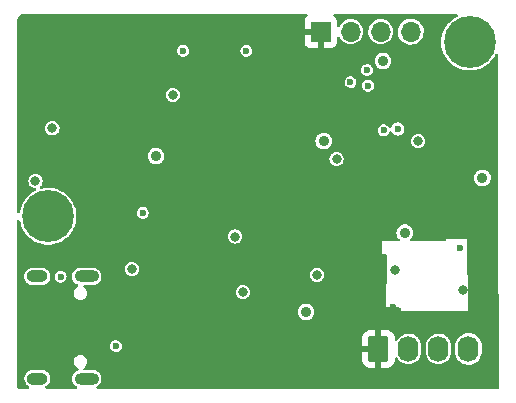
<source format=gbr>
%TF.GenerationSoftware,KiCad,Pcbnew,(6.0.1)*%
%TF.CreationDate,2023-03-02T19:10:53-05:00*%
%TF.ProjectId,PCBFiles_Gateway,50434246-696c-4657-935f-476174657761,rev?*%
%TF.SameCoordinates,Original*%
%TF.FileFunction,Copper,L2,Inr*%
%TF.FilePolarity,Positive*%
%FSLAX46Y46*%
G04 Gerber Fmt 4.6, Leading zero omitted, Abs format (unit mm)*
G04 Created by KiCad (PCBNEW (6.0.1)) date 2023-03-02 19:10:53*
%MOMM*%
%LPD*%
G01*
G04 APERTURE LIST*
G04 Aperture macros list*
%AMRoundRect*
0 Rectangle with rounded corners*
0 $1 Rounding radius*
0 $2 $3 $4 $5 $6 $7 $8 $9 X,Y pos of 4 corners*
0 Add a 4 corners polygon primitive as box body*
4,1,4,$2,$3,$4,$5,$6,$7,$8,$9,$2,$3,0*
0 Add four circle primitives for the rounded corners*
1,1,$1+$1,$2,$3*
1,1,$1+$1,$4,$5*
1,1,$1+$1,$6,$7*
1,1,$1+$1,$8,$9*
0 Add four rect primitives between the rounded corners*
20,1,$1+$1,$2,$3,$4,$5,0*
20,1,$1+$1,$4,$5,$6,$7,0*
20,1,$1+$1,$6,$7,$8,$9,0*
20,1,$1+$1,$8,$9,$2,$3,0*%
G04 Aperture macros list end*
%TA.AperFunction,ComponentPad*%
%ADD10C,4.400000*%
%TD*%
%TA.AperFunction,ComponentPad*%
%ADD11R,1.700000X1.700000*%
%TD*%
%TA.AperFunction,ComponentPad*%
%ADD12O,1.700000X1.700000*%
%TD*%
%TA.AperFunction,ComponentPad*%
%ADD13RoundRect,0.250000X-0.620000X-0.845000X0.620000X-0.845000X0.620000X0.845000X-0.620000X0.845000X0*%
%TD*%
%TA.AperFunction,ComponentPad*%
%ADD14O,1.740000X2.190000*%
%TD*%
%TA.AperFunction,ComponentPad*%
%ADD15O,2.100000X1.000000*%
%TD*%
%TA.AperFunction,ComponentPad*%
%ADD16O,1.800000X1.000000*%
%TD*%
%TA.AperFunction,ViaPad*%
%ADD17C,0.600000*%
%TD*%
%TA.AperFunction,ViaPad*%
%ADD18C,0.800000*%
%TD*%
%TA.AperFunction,ViaPad*%
%ADD19C,0.900000*%
%TD*%
G04 APERTURE END LIST*
D10*
%TO.N,N/C*%
%TO.C,H2*%
X129350000Y-98910000D03*
%TD*%
D11*
%TO.N,GND*%
%TO.C,J4*%
X152440000Y-83270000D03*
D12*
%TO.N,I2C_SDA*%
X154980000Y-83270000D03*
%TO.N,I2C_SCL*%
X157520000Y-83270000D03*
%TO.N,+3V3*%
X160060000Y-83270000D03*
%TD*%
D10*
%TO.N,N/C*%
%TO.C,H1*%
X165050000Y-84160000D03*
%TD*%
D13*
%TO.N,GND*%
%TO.C,J3*%
X157330000Y-110130000D03*
D14*
%TO.N,UART_CONN_RX*%
X159870000Y-110130000D03*
%TO.N,UART_CONN_TX*%
X162410000Y-110130000D03*
%TO.N,+3V3*%
X164950000Y-110130000D03*
%TD*%
D15*
%TO.N,unconnected-(J1-PadS1)*%
%TO.C,J1*%
X132620000Y-112640000D03*
D16*
X128440000Y-104000000D03*
X128440000Y-112640000D03*
D15*
X132620000Y-104000000D03*
%TD*%
D17*
%TO.N,GND*%
X161780000Y-98480000D03*
X167110000Y-106700000D03*
X136920000Y-87210000D03*
X142210000Y-86880000D03*
X167020000Y-86910000D03*
D18*
X146460000Y-112860000D03*
D17*
X160570000Y-91530000D03*
D18*
X143950000Y-112890000D03*
D17*
X160380000Y-98940000D03*
X164820000Y-98540000D03*
X140040000Y-97550000D03*
X167080000Y-103150000D03*
X145240000Y-95520000D03*
X145340000Y-87020000D03*
X167070000Y-97960000D03*
X165850000Y-92040000D03*
D18*
X143200000Y-105190000D03*
D17*
X167050000Y-88100000D03*
D18*
X158720000Y-103420000D03*
D17*
X141250000Y-99790000D03*
D18*
X150420000Y-111840000D03*
X149030000Y-112830000D03*
D17*
X166060000Y-97920000D03*
X167090000Y-100060000D03*
X144050000Y-88690000D03*
X163290000Y-99000000D03*
X134570000Y-111570000D03*
X164930000Y-94740000D03*
X153640000Y-91230000D03*
X167060000Y-91540000D03*
X167050000Y-90450000D03*
X165840000Y-91080000D03*
X136920000Y-89230000D03*
X163820000Y-94740000D03*
X132540000Y-102250000D03*
X143080000Y-90350000D03*
X141670000Y-88680000D03*
X149510000Y-82710000D03*
X167070000Y-101140000D03*
X158590000Y-106600000D03*
D18*
X142530000Y-111880000D03*
D17*
X167080000Y-93830000D03*
X156340000Y-94100000D03*
X136760000Y-92710000D03*
X157750000Y-95190000D03*
X156340000Y-95260000D03*
X143580000Y-97490000D03*
X167150000Y-111520000D03*
D18*
X144570000Y-103910000D03*
D17*
X167080000Y-102110000D03*
X127790000Y-102250000D03*
X164240000Y-101580000D03*
D18*
X154570000Y-100700000D03*
D17*
X137150000Y-101244500D03*
X134630000Y-105070000D03*
X162760000Y-86310000D03*
X167100000Y-109100000D03*
X157710000Y-96370000D03*
X167030000Y-89340000D03*
D18*
X148940000Y-104440000D03*
D17*
X157760000Y-94120000D03*
X139850000Y-101740000D03*
X154700000Y-90170000D03*
X158140000Y-90800000D03*
X167120000Y-110350000D03*
X167090000Y-92710000D03*
X132530000Y-83270000D03*
X167070000Y-107960000D03*
D18*
X137860000Y-106970000D03*
D17*
X167090000Y-104270000D03*
D18*
X164450000Y-105120000D03*
D17*
X130850000Y-96544500D03*
X167070000Y-94940000D03*
X158900000Y-86680000D03*
X141740000Y-95210000D03*
X165630000Y-88090000D03*
X167110000Y-105380000D03*
X144730000Y-99600000D03*
D18*
X154190000Y-112170000D03*
D17*
X167090000Y-98960000D03*
X167140000Y-112720000D03*
X156300000Y-96380000D03*
D19*
%TO.N,+3V3*%
X138490000Y-93820000D03*
X166130000Y-95670000D03*
X151190000Y-107000000D03*
X152690000Y-92530000D03*
X157720000Y-85770000D03*
D17*
X158970000Y-91520000D03*
D19*
X159550000Y-100290000D03*
D17*
%TO.N,Net-(C12-Pad1)*%
X156360000Y-86520000D03*
X146150000Y-84900000D03*
%TO.N,BUTT_1*%
X156450000Y-87850000D03*
X140790000Y-84900000D03*
D18*
%TO.N,Net-(D2-Pad1)*%
X136440000Y-103370000D03*
X128290000Y-95920000D03*
%TO.N,GP_LED*%
X129720000Y-91460000D03*
D17*
X154960000Y-87540000D03*
%TO.N,Net-(J1-PadB5)*%
X135090000Y-109890000D03*
X130410000Y-104020000D03*
D18*
%TO.N,DIO0_RFM9X*%
X160700000Y-92550000D03*
X139920000Y-88630000D03*
D17*
%TO.N,DIO1_RFM9X*%
X137370000Y-98620000D03*
X157760000Y-91620000D03*
D18*
%TO.N,DIO2_RFM9X*%
X153780000Y-94080000D03*
X145200000Y-100620000D03*
%TO.N,+5V*%
X145850000Y-105340000D03*
X152120000Y-103860000D03*
%TD*%
%TA.AperFunction,Conductor*%
%TO.N,GND*%
G36*
X151313414Y-81780002D02*
G01*
X151359907Y-81833658D01*
X151370011Y-81903932D01*
X151340517Y-81968512D01*
X151320858Y-81986827D01*
X151234272Y-82051719D01*
X151221715Y-82064276D01*
X151145214Y-82166351D01*
X151136676Y-82181946D01*
X151091522Y-82302394D01*
X151087895Y-82317649D01*
X151082369Y-82368514D01*
X151082000Y-82375328D01*
X151082000Y-82997885D01*
X151086475Y-83013124D01*
X151087865Y-83014329D01*
X151095548Y-83016000D01*
X152568000Y-83016000D01*
X152636121Y-83036002D01*
X152682614Y-83089658D01*
X152694000Y-83142000D01*
X152694000Y-84609884D01*
X152698475Y-84625123D01*
X152699865Y-84626328D01*
X152707548Y-84627999D01*
X153334669Y-84627999D01*
X153341490Y-84627629D01*
X153392352Y-84622105D01*
X153407604Y-84618479D01*
X153528054Y-84573324D01*
X153543649Y-84564786D01*
X153645724Y-84488285D01*
X153658285Y-84475724D01*
X153734786Y-84373649D01*
X153743324Y-84358054D01*
X153788478Y-84237606D01*
X153792105Y-84222351D01*
X153797631Y-84171486D01*
X153798000Y-84164672D01*
X153798000Y-83789192D01*
X153818002Y-83721071D01*
X153871658Y-83674578D01*
X153941932Y-83664474D01*
X154006512Y-83693968D01*
X154036067Y-83731598D01*
X154085263Y-83827323D01*
X154092712Y-83841818D01*
X154220677Y-84003270D01*
X154225370Y-84007264D01*
X154225371Y-84007265D01*
X154363569Y-84124880D01*
X154377564Y-84136791D01*
X154382942Y-84139797D01*
X154382944Y-84139798D01*
X154426308Y-84164033D01*
X154557398Y-84237297D01*
X154652238Y-84268113D01*
X154747471Y-84299056D01*
X154747475Y-84299057D01*
X154753329Y-84300959D01*
X154957894Y-84325351D01*
X154964029Y-84324879D01*
X154964031Y-84324879D01*
X155020039Y-84320569D01*
X155163300Y-84309546D01*
X155169230Y-84307890D01*
X155169232Y-84307890D01*
X155355797Y-84255800D01*
X155355796Y-84255800D01*
X155361725Y-84254145D01*
X155367214Y-84251372D01*
X155367220Y-84251370D01*
X155540116Y-84164033D01*
X155545610Y-84161258D01*
X155707951Y-84034424D01*
X155842564Y-83878472D01*
X155863387Y-83841818D01*
X155941276Y-83704707D01*
X155944323Y-83699344D01*
X156009351Y-83503863D01*
X156035171Y-83299474D01*
X156035390Y-83283806D01*
X156035534Y-83273522D01*
X156035534Y-83273518D01*
X156035583Y-83270000D01*
X156034138Y-83255262D01*
X156464520Y-83255262D01*
X156465036Y-83261406D01*
X156480747Y-83448496D01*
X156481759Y-83460553D01*
X156483458Y-83466478D01*
X156534412Y-83644175D01*
X156538544Y-83658586D01*
X156541359Y-83664063D01*
X156541360Y-83664066D01*
X156629897Y-83836341D01*
X156632712Y-83841818D01*
X156760677Y-84003270D01*
X156765370Y-84007264D01*
X156765371Y-84007265D01*
X156903569Y-84124880D01*
X156917564Y-84136791D01*
X156922942Y-84139797D01*
X156922944Y-84139798D01*
X156966308Y-84164033D01*
X157097398Y-84237297D01*
X157192238Y-84268113D01*
X157287471Y-84299056D01*
X157287475Y-84299057D01*
X157293329Y-84300959D01*
X157497894Y-84325351D01*
X157504029Y-84324879D01*
X157504031Y-84324879D01*
X157560039Y-84320569D01*
X157703300Y-84309546D01*
X157709230Y-84307890D01*
X157709232Y-84307890D01*
X157895797Y-84255800D01*
X157895796Y-84255800D01*
X157901725Y-84254145D01*
X157907214Y-84251372D01*
X157907220Y-84251370D01*
X158080116Y-84164033D01*
X158085610Y-84161258D01*
X158247951Y-84034424D01*
X158382564Y-83878472D01*
X158403387Y-83841818D01*
X158481276Y-83704707D01*
X158484323Y-83699344D01*
X158549351Y-83503863D01*
X158575171Y-83299474D01*
X158575390Y-83283806D01*
X158575534Y-83273522D01*
X158575534Y-83273518D01*
X158575583Y-83270000D01*
X158572746Y-83241069D01*
X158955164Y-83241069D01*
X158968392Y-83442894D01*
X159018178Y-83638928D01*
X159102856Y-83822607D01*
X159219588Y-83987780D01*
X159364466Y-84128913D01*
X159532637Y-84241282D01*
X159537940Y-84243560D01*
X159537943Y-84243562D01*
X159713163Y-84318842D01*
X159718470Y-84321122D01*
X159915740Y-84365760D01*
X159921509Y-84365987D01*
X159921512Y-84365987D01*
X159997683Y-84368979D01*
X160117842Y-84373700D01*
X160225753Y-84358054D01*
X160312286Y-84345508D01*
X160312291Y-84345507D01*
X160318007Y-84344678D01*
X160323479Y-84342820D01*
X160323481Y-84342820D01*
X160504067Y-84281519D01*
X160504069Y-84281518D01*
X160509531Y-84279664D01*
X160686001Y-84180837D01*
X160697240Y-84171490D01*
X160837073Y-84055191D01*
X160841505Y-84051505D01*
X160970837Y-83896001D01*
X161069664Y-83719531D01*
X161078504Y-83693491D01*
X161132820Y-83533481D01*
X161132820Y-83533479D01*
X161134678Y-83528007D01*
X161135507Y-83522291D01*
X161135508Y-83522286D01*
X161163167Y-83331516D01*
X161163700Y-83327842D01*
X161165215Y-83270000D01*
X161146708Y-83068591D01*
X161091807Y-82873926D01*
X161002351Y-82692527D01*
X160984079Y-82668057D01*
X160884788Y-82535091D01*
X160884787Y-82535090D01*
X160881335Y-82530467D01*
X160872469Y-82522271D01*
X160737053Y-82397094D01*
X160737051Y-82397092D01*
X160732812Y-82393174D01*
X160704528Y-82375328D01*
X160566637Y-82288325D01*
X160561757Y-82285246D01*
X160373898Y-82210298D01*
X160175526Y-82170839D01*
X160169752Y-82170763D01*
X160169748Y-82170763D01*
X160067257Y-82169422D01*
X159973286Y-82168192D01*
X159967589Y-82169171D01*
X159967588Y-82169171D01*
X159779646Y-82201465D01*
X159779645Y-82201465D01*
X159773949Y-82202444D01*
X159584193Y-82272449D01*
X159579232Y-82275401D01*
X159579231Y-82275401D01*
X159422729Y-82368510D01*
X159410371Y-82375862D01*
X159258305Y-82509220D01*
X159133089Y-82668057D01*
X159038914Y-82847053D01*
X158978937Y-83040213D01*
X158955164Y-83241069D01*
X158572746Y-83241069D01*
X158555480Y-83064970D01*
X158495935Y-82867749D01*
X158399218Y-82685849D01*
X158325859Y-82595902D01*
X158272906Y-82530975D01*
X158272903Y-82530972D01*
X158269011Y-82526200D01*
X158251786Y-82511950D01*
X158115025Y-82398811D01*
X158115021Y-82398809D01*
X158110275Y-82394882D01*
X157929055Y-82296897D01*
X157732254Y-82235977D01*
X157726129Y-82235333D01*
X157726128Y-82235333D01*
X157533498Y-82215087D01*
X157533496Y-82215087D01*
X157527369Y-82214443D01*
X157440529Y-82222346D01*
X157328342Y-82232555D01*
X157328339Y-82232556D01*
X157322203Y-82233114D01*
X157124572Y-82291280D01*
X156942002Y-82386726D01*
X156937201Y-82390586D01*
X156937198Y-82390588D01*
X156787703Y-82510785D01*
X156781447Y-82515815D01*
X156649024Y-82673630D01*
X156646056Y-82679028D01*
X156646053Y-82679033D01*
X156607272Y-82749576D01*
X156549776Y-82854162D01*
X156487484Y-83050532D01*
X156486798Y-83056649D01*
X156486797Y-83056653D01*
X156470018Y-83206245D01*
X156464520Y-83255262D01*
X156034138Y-83255262D01*
X156015480Y-83064970D01*
X155955935Y-82867749D01*
X155859218Y-82685849D01*
X155785859Y-82595902D01*
X155732906Y-82530975D01*
X155732903Y-82530972D01*
X155729011Y-82526200D01*
X155711786Y-82511950D01*
X155575025Y-82398811D01*
X155575021Y-82398809D01*
X155570275Y-82394882D01*
X155389055Y-82296897D01*
X155192254Y-82235977D01*
X155186129Y-82235333D01*
X155186128Y-82235333D01*
X154993498Y-82215087D01*
X154993496Y-82215087D01*
X154987369Y-82214443D01*
X154900529Y-82222346D01*
X154788342Y-82232555D01*
X154788339Y-82232556D01*
X154782203Y-82233114D01*
X154584572Y-82291280D01*
X154402002Y-82386726D01*
X154397201Y-82390586D01*
X154397198Y-82390588D01*
X154247703Y-82510785D01*
X154241447Y-82515815D01*
X154109024Y-82673630D01*
X154106054Y-82679033D01*
X154106053Y-82679034D01*
X154034414Y-82809345D01*
X153984068Y-82859404D01*
X153914651Y-82874297D01*
X153848202Y-82849296D01*
X153805818Y-82792339D01*
X153797999Y-82748644D01*
X153797999Y-82375331D01*
X153797629Y-82368510D01*
X153792105Y-82317648D01*
X153788479Y-82302396D01*
X153743324Y-82181946D01*
X153734786Y-82166351D01*
X153658285Y-82064276D01*
X153645728Y-82051719D01*
X153559142Y-81986827D01*
X153516627Y-81929967D01*
X153511601Y-81859149D01*
X153545661Y-81796855D01*
X153607992Y-81762865D01*
X153634707Y-81760000D01*
X163942010Y-81760000D01*
X164010131Y-81780002D01*
X164056624Y-81833658D01*
X164066728Y-81903932D01*
X164037234Y-81968512D01*
X164002711Y-81996414D01*
X163790511Y-82113073D01*
X163761205Y-82129184D01*
X163758003Y-82131510D01*
X163758002Y-82131511D01*
X163522801Y-82302394D01*
X163516838Y-82306726D01*
X163296651Y-82513496D01*
X163172540Y-82663521D01*
X163144258Y-82697708D01*
X163104115Y-82746232D01*
X162942267Y-83001264D01*
X162940583Y-83004843D01*
X162940579Y-83004850D01*
X162817548Y-83266305D01*
X162813659Y-83274570D01*
X162812433Y-83278342D01*
X162812433Y-83278343D01*
X162805567Y-83299474D01*
X162720319Y-83561840D01*
X162663720Y-83858543D01*
X162644754Y-84160000D01*
X162663720Y-84461457D01*
X162720319Y-84758160D01*
X162813659Y-85045430D01*
X162815346Y-85049016D01*
X162815348Y-85049020D01*
X162940579Y-85315150D01*
X162940583Y-85315157D01*
X162942267Y-85318736D01*
X163104115Y-85573768D01*
X163106634Y-85576814D01*
X163106637Y-85576817D01*
X163127206Y-85601680D01*
X163296651Y-85806504D01*
X163516838Y-86013274D01*
X163520040Y-86015601D01*
X163520042Y-86015602D01*
X163758002Y-86188489D01*
X163761205Y-86190816D01*
X163764674Y-86192723D01*
X163764677Y-86192725D01*
X164022427Y-86334425D01*
X164025896Y-86336332D01*
X164029565Y-86337785D01*
X164029570Y-86337787D01*
X164252604Y-86426092D01*
X164306738Y-86447525D01*
X164599302Y-86522642D01*
X164898973Y-86560500D01*
X165201027Y-86560500D01*
X165500698Y-86522642D01*
X165793262Y-86447525D01*
X165847396Y-86426092D01*
X166070430Y-86337787D01*
X166070435Y-86337785D01*
X166074104Y-86336332D01*
X166077573Y-86334425D01*
X166335323Y-86192725D01*
X166335326Y-86192723D01*
X166338795Y-86190816D01*
X166341998Y-86188489D01*
X166579958Y-86015602D01*
X166579960Y-86015601D01*
X166583162Y-86013274D01*
X166803349Y-85806504D01*
X166972794Y-85601680D01*
X166993363Y-85576817D01*
X166993366Y-85576814D01*
X166995885Y-85573768D01*
X167157733Y-85318736D01*
X167159417Y-85315157D01*
X167159421Y-85315150D01*
X167222964Y-85180113D01*
X167270067Y-85126992D01*
X167338411Y-85107769D01*
X167406299Y-85128548D01*
X167452176Y-85182731D01*
X167462972Y-85233631D01*
X167469954Y-91984536D01*
X167469958Y-91988738D01*
X167468406Y-92008581D01*
X167466565Y-92020202D01*
X167466565Y-92020208D01*
X167465014Y-92030000D01*
X167466320Y-92038245D01*
X167466566Y-92041371D01*
X167466566Y-92041972D01*
X167466707Y-92043169D01*
X167482960Y-92249685D01*
X167484116Y-92254500D01*
X167487227Y-92267459D01*
X167490708Y-92296880D01*
X167490648Y-93228461D01*
X167490638Y-93230063D01*
X167490000Y-93280000D01*
X167490000Y-93330000D01*
X167486207Y-94513305D01*
X167480000Y-96449908D01*
X167480000Y-97480000D01*
X167521064Y-113373676D01*
X167501239Y-113441847D01*
X167447703Y-113488478D01*
X167395065Y-113500000D01*
X133559080Y-113500000D01*
X133490959Y-113479998D01*
X133444466Y-113426342D01*
X133434362Y-113356068D01*
X133463856Y-113291488D01*
X133496885Y-113265359D01*
X133496923Y-113265345D01*
X133503184Y-113261042D01*
X133630392Y-113173614D01*
X133630393Y-113173613D01*
X133636651Y-113169312D01*
X133646132Y-113158671D01*
X133744388Y-113048392D01*
X133744390Y-113048388D01*
X133749440Y-113042721D01*
X133756238Y-113029883D01*
X133825224Y-112899589D01*
X133828776Y-112892881D01*
X133870081Y-112728441D01*
X133870969Y-112558895D01*
X133831388Y-112394032D01*
X133753625Y-112243369D01*
X133748313Y-112237279D01*
X133647163Y-112121329D01*
X133642169Y-112115604D01*
X133583649Y-112074475D01*
X133509670Y-112022482D01*
X133509668Y-112022481D01*
X133503453Y-112018113D01*
X133345487Y-111956524D01*
X133337954Y-111955532D01*
X133337953Y-111955532D01*
X133220261Y-111940038D01*
X133220260Y-111940038D01*
X133216174Y-111939500D01*
X132455482Y-111939500D01*
X132387361Y-111919498D01*
X132340868Y-111865842D01*
X132330764Y-111795568D01*
X132360258Y-111730988D01*
X132381077Y-111713798D01*
X132380233Y-111712698D01*
X132493901Y-111625477D01*
X132500451Y-111620451D01*
X132592698Y-111500233D01*
X132650687Y-111360236D01*
X132654566Y-111330776D01*
X132669388Y-111218188D01*
X132670466Y-111210000D01*
X132650687Y-111059764D01*
X132635084Y-111022095D01*
X155952001Y-111022095D01*
X155952338Y-111028614D01*
X155962257Y-111124206D01*
X155965149Y-111137600D01*
X156016588Y-111291784D01*
X156022761Y-111304962D01*
X156108063Y-111442807D01*
X156117099Y-111454208D01*
X156231829Y-111568739D01*
X156243240Y-111577751D01*
X156381243Y-111662816D01*
X156394424Y-111668963D01*
X156548710Y-111720138D01*
X156562086Y-111723005D01*
X156656438Y-111732672D01*
X156662854Y-111733000D01*
X157057885Y-111733000D01*
X157073124Y-111728525D01*
X157074329Y-111727135D01*
X157076000Y-111719452D01*
X157076000Y-111714884D01*
X157584000Y-111714884D01*
X157588475Y-111730123D01*
X157589865Y-111731328D01*
X157597548Y-111732999D01*
X157997095Y-111732999D01*
X158003614Y-111732662D01*
X158099206Y-111722743D01*
X158112600Y-111719851D01*
X158266784Y-111668412D01*
X158279962Y-111662239D01*
X158417807Y-111576937D01*
X158429208Y-111567901D01*
X158543739Y-111453171D01*
X158552751Y-111441760D01*
X158637816Y-111303757D01*
X158643963Y-111290576D01*
X158695138Y-111136290D01*
X158698005Y-111122914D01*
X158707672Y-111028562D01*
X158708000Y-111022146D01*
X158708000Y-110955276D01*
X158728002Y-110887155D01*
X158781658Y-110840662D01*
X158851932Y-110830558D01*
X158916512Y-110860052D01*
X158945251Y-110896123D01*
X158974043Y-110950272D01*
X158979798Y-110957328D01*
X159102834Y-111108186D01*
X159102837Y-111108189D01*
X159106729Y-111112961D01*
X159111476Y-111116888D01*
X159111478Y-111116890D01*
X159263737Y-111242850D01*
X159263741Y-111242852D01*
X159268487Y-111246779D01*
X159453157Y-111346630D01*
X159653705Y-111408710D01*
X159659830Y-111409354D01*
X159659831Y-111409354D01*
X159856362Y-111430010D01*
X159856363Y-111430010D01*
X159862490Y-111430654D01*
X159950001Y-111422690D01*
X160065423Y-111412186D01*
X160065426Y-111412185D01*
X160071562Y-111411627D01*
X160077468Y-111409889D01*
X160077472Y-111409888D01*
X160267048Y-111354092D01*
X160267047Y-111354092D01*
X160272957Y-111352353D01*
X160459003Y-111255091D01*
X160622614Y-111123544D01*
X160757558Y-110962724D01*
X160760522Y-110957332D01*
X160760525Y-110957328D01*
X160855729Y-110784152D01*
X160858696Y-110778755D01*
X160922174Y-110578646D01*
X160923163Y-110569836D01*
X160940107Y-110418764D01*
X160940500Y-110415264D01*
X160940500Y-110407830D01*
X161339500Y-110407830D01*
X161354806Y-110563934D01*
X161415484Y-110764910D01*
X161418377Y-110770351D01*
X161431230Y-110794523D01*
X161514043Y-110950272D01*
X161519798Y-110957328D01*
X161642834Y-111108186D01*
X161642837Y-111108189D01*
X161646729Y-111112961D01*
X161651476Y-111116888D01*
X161651478Y-111116890D01*
X161803737Y-111242850D01*
X161803741Y-111242852D01*
X161808487Y-111246779D01*
X161993157Y-111346630D01*
X162193705Y-111408710D01*
X162199830Y-111409354D01*
X162199831Y-111409354D01*
X162396362Y-111430010D01*
X162396363Y-111430010D01*
X162402490Y-111430654D01*
X162490001Y-111422690D01*
X162605423Y-111412186D01*
X162605426Y-111412185D01*
X162611562Y-111411627D01*
X162617468Y-111409889D01*
X162617472Y-111409888D01*
X162807048Y-111354092D01*
X162807047Y-111354092D01*
X162812957Y-111352353D01*
X162999003Y-111255091D01*
X163162614Y-111123544D01*
X163297558Y-110962724D01*
X163300522Y-110957332D01*
X163300525Y-110957328D01*
X163395729Y-110784152D01*
X163398696Y-110778755D01*
X163462174Y-110578646D01*
X163463163Y-110569836D01*
X163480107Y-110418764D01*
X163480500Y-110415264D01*
X163480500Y-110408423D01*
X163829500Y-110408423D01*
X163844710Y-110567845D01*
X163904899Y-110773011D01*
X163934538Y-110830558D01*
X163999829Y-110957328D01*
X164002798Y-110963093D01*
X164006502Y-110967808D01*
X164131168Y-111126517D01*
X164131172Y-111126522D01*
X164134874Y-111131234D01*
X164139404Y-111135165D01*
X164139405Y-111135166D01*
X164142210Y-111137600D01*
X164296362Y-111271366D01*
X164481436Y-111378433D01*
X164487105Y-111380402D01*
X164487108Y-111380403D01*
X164563377Y-111406888D01*
X164683416Y-111448573D01*
X164689354Y-111449434D01*
X164889075Y-111478392D01*
X164889078Y-111478392D01*
X164895015Y-111479253D01*
X165108598Y-111469368D01*
X165114422Y-111467964D01*
X165114425Y-111467964D01*
X165310633Y-111420677D01*
X165310632Y-111420677D01*
X165316459Y-111419273D01*
X165333276Y-111411627D01*
X165446303Y-111360236D01*
X165511096Y-111330776D01*
X165515979Y-111327313D01*
X165515983Y-111327310D01*
X165680602Y-111210537D01*
X165680603Y-111210536D01*
X165685488Y-111207071D01*
X165833342Y-111052621D01*
X165853020Y-111022146D01*
X165946065Y-110878043D01*
X165949322Y-110872999D01*
X166029245Y-110674687D01*
X166070225Y-110464839D01*
X166070500Y-110459216D01*
X166070500Y-109851577D01*
X166055290Y-109692155D01*
X165995101Y-109486989D01*
X165933018Y-109366448D01*
X165899948Y-109302238D01*
X165899946Y-109302235D01*
X165897202Y-109296907D01*
X165855603Y-109243949D01*
X165768832Y-109133483D01*
X165768828Y-109133478D01*
X165765126Y-109128766D01*
X165759300Y-109123710D01*
X165682718Y-109057256D01*
X165603638Y-108988634D01*
X165418564Y-108881567D01*
X165412895Y-108879598D01*
X165412892Y-108879597D01*
X165270039Y-108829990D01*
X165216584Y-108811427D01*
X165177720Y-108805792D01*
X165010925Y-108781608D01*
X165010922Y-108781608D01*
X165004985Y-108780747D01*
X164791402Y-108790632D01*
X164785578Y-108792036D01*
X164785575Y-108792036D01*
X164681191Y-108817193D01*
X164583541Y-108840727D01*
X164578086Y-108843207D01*
X164578084Y-108843208D01*
X164560309Y-108851290D01*
X164388904Y-108929224D01*
X164384021Y-108932687D01*
X164384017Y-108932690D01*
X164276763Y-109008771D01*
X164214512Y-109052929D01*
X164066658Y-109207379D01*
X164063404Y-109212418D01*
X164063402Y-109212421D01*
X164005128Y-109302672D01*
X163950678Y-109387001D01*
X163870755Y-109585313D01*
X163829775Y-109795161D01*
X163829500Y-109800784D01*
X163829500Y-110408423D01*
X163480500Y-110408423D01*
X163480500Y-109852170D01*
X163465194Y-109696066D01*
X163404516Y-109495090D01*
X163397376Y-109481662D01*
X163308853Y-109315174D01*
X163308851Y-109315172D01*
X163305957Y-109309728D01*
X163242063Y-109231386D01*
X163177166Y-109151814D01*
X163177163Y-109151811D01*
X163173271Y-109147039D01*
X163161240Y-109137086D01*
X163016263Y-109017150D01*
X163016259Y-109017148D01*
X163011513Y-109013221D01*
X162826843Y-108913370D01*
X162626295Y-108851290D01*
X162620170Y-108850646D01*
X162620169Y-108850646D01*
X162423638Y-108829990D01*
X162423637Y-108829990D01*
X162417510Y-108829346D01*
X162329999Y-108837310D01*
X162214577Y-108847814D01*
X162214574Y-108847815D01*
X162208438Y-108848373D01*
X162202532Y-108850111D01*
X162202528Y-108850112D01*
X162102348Y-108879597D01*
X162007043Y-108907647D01*
X161820997Y-109004909D01*
X161657386Y-109136456D01*
X161522442Y-109297276D01*
X161519478Y-109302668D01*
X161519475Y-109302672D01*
X161424271Y-109475848D01*
X161421304Y-109481245D01*
X161357826Y-109681354D01*
X161357140Y-109687471D01*
X161357139Y-109687475D01*
X161351005Y-109742163D01*
X161339500Y-109844736D01*
X161339500Y-110407830D01*
X160940500Y-110407830D01*
X160940500Y-109852170D01*
X160925194Y-109696066D01*
X160864516Y-109495090D01*
X160857376Y-109481662D01*
X160768853Y-109315174D01*
X160768851Y-109315172D01*
X160765957Y-109309728D01*
X160702063Y-109231386D01*
X160637166Y-109151814D01*
X160637163Y-109151811D01*
X160633271Y-109147039D01*
X160621240Y-109137086D01*
X160476263Y-109017150D01*
X160476259Y-109017148D01*
X160471513Y-109013221D01*
X160286843Y-108913370D01*
X160086295Y-108851290D01*
X160080170Y-108850646D01*
X160080169Y-108850646D01*
X159883638Y-108829990D01*
X159883637Y-108829990D01*
X159877510Y-108829346D01*
X159789999Y-108837310D01*
X159674577Y-108847814D01*
X159674574Y-108847815D01*
X159668438Y-108848373D01*
X159662532Y-108850111D01*
X159662528Y-108850112D01*
X159562348Y-108879597D01*
X159467043Y-108907647D01*
X159280997Y-109004909D01*
X159117386Y-109136456D01*
X158982442Y-109297276D01*
X158979476Y-109302672D01*
X158979470Y-109302680D01*
X158944413Y-109366448D01*
X158894068Y-109416507D01*
X158824651Y-109431400D01*
X158758202Y-109406399D01*
X158715818Y-109349442D01*
X158707999Y-109305747D01*
X158707999Y-109237905D01*
X158707662Y-109231386D01*
X158697743Y-109135794D01*
X158694851Y-109122400D01*
X158643412Y-108968216D01*
X158637239Y-108955038D01*
X158551937Y-108817193D01*
X158542901Y-108805792D01*
X158428171Y-108691261D01*
X158416760Y-108682249D01*
X158278757Y-108597184D01*
X158265576Y-108591037D01*
X158111290Y-108539862D01*
X158097914Y-108536995D01*
X158003562Y-108527328D01*
X157997145Y-108527000D01*
X157602115Y-108527000D01*
X157586876Y-108531475D01*
X157585671Y-108532865D01*
X157584000Y-108540548D01*
X157584000Y-111714884D01*
X157076000Y-111714884D01*
X157076000Y-110402115D01*
X157071525Y-110386876D01*
X157070135Y-110385671D01*
X157062452Y-110384000D01*
X155970116Y-110384000D01*
X155954877Y-110388475D01*
X155953672Y-110389865D01*
X155952001Y-110397548D01*
X155952001Y-111022095D01*
X132635084Y-111022095D01*
X132592698Y-110919767D01*
X132500451Y-110799549D01*
X132380233Y-110707302D01*
X132240236Y-110649313D01*
X132127720Y-110634500D01*
X132052280Y-110634500D01*
X131939764Y-110649313D01*
X131799767Y-110707302D01*
X131679549Y-110799549D01*
X131587302Y-110919767D01*
X131529313Y-111059764D01*
X131509534Y-111210000D01*
X131510612Y-111218188D01*
X131525435Y-111330776D01*
X131529313Y-111360236D01*
X131587302Y-111500233D01*
X131679549Y-111620451D01*
X131799767Y-111712698D01*
X131859928Y-111737617D01*
X131915207Y-111782166D01*
X131937628Y-111849529D01*
X131920069Y-111918321D01*
X131868107Y-111966699D01*
X131856245Y-111971892D01*
X131743077Y-112014655D01*
X131603349Y-112110688D01*
X131598297Y-112116358D01*
X131598296Y-112116359D01*
X131495612Y-112231608D01*
X131495610Y-112231612D01*
X131490560Y-112237279D01*
X131487008Y-112243988D01*
X131487007Y-112243989D01*
X131454746Y-112304920D01*
X131411224Y-112387119D01*
X131369919Y-112551559D01*
X131369031Y-112721105D01*
X131408612Y-112885968D01*
X131486375Y-113036631D01*
X131491367Y-113042353D01*
X131491368Y-113042355D01*
X131553808Y-113113931D01*
X131597831Y-113164396D01*
X131736547Y-113261887D01*
X131741246Y-113263719D01*
X131791054Y-113312773D01*
X131806674Y-113382030D01*
X131782371Y-113448737D01*
X131725862Y-113491716D01*
X131680930Y-113500000D01*
X129229080Y-113500000D01*
X129160959Y-113479998D01*
X129114466Y-113426342D01*
X129104362Y-113356068D01*
X129133856Y-113291488D01*
X129166885Y-113265359D01*
X129166923Y-113265345D01*
X129173184Y-113261042D01*
X129300392Y-113173614D01*
X129300393Y-113173613D01*
X129306651Y-113169312D01*
X129316132Y-113158671D01*
X129414388Y-113048392D01*
X129414390Y-113048388D01*
X129419440Y-113042721D01*
X129426238Y-113029883D01*
X129495224Y-112899589D01*
X129498776Y-112892881D01*
X129540081Y-112728441D01*
X129540969Y-112558895D01*
X129501388Y-112394032D01*
X129423625Y-112243369D01*
X129418313Y-112237279D01*
X129317163Y-112121329D01*
X129312169Y-112115604D01*
X129253649Y-112074475D01*
X129179670Y-112022482D01*
X129179668Y-112022481D01*
X129173453Y-112018113D01*
X129015487Y-111956524D01*
X129007954Y-111955532D01*
X129007953Y-111955532D01*
X128890261Y-111940038D01*
X128890260Y-111940038D01*
X128886174Y-111939500D01*
X127997484Y-111939500D01*
X127871680Y-111954724D01*
X127713077Y-112014655D01*
X127573349Y-112110688D01*
X127568297Y-112116358D01*
X127568296Y-112116359D01*
X127465612Y-112231608D01*
X127465610Y-112231612D01*
X127460560Y-112237279D01*
X127457008Y-112243988D01*
X127457007Y-112243989D01*
X127424746Y-112304920D01*
X127381224Y-112387119D01*
X127339919Y-112551559D01*
X127339031Y-112721105D01*
X127378612Y-112885968D01*
X127456375Y-113036631D01*
X127461367Y-113042353D01*
X127461368Y-113042355D01*
X127523808Y-113113931D01*
X127567831Y-113164396D01*
X127706547Y-113261887D01*
X127711246Y-113263719D01*
X127761054Y-113312773D01*
X127776674Y-113382030D01*
X127752371Y-113448737D01*
X127695862Y-113491716D01*
X127650930Y-113500000D01*
X126851035Y-113500000D01*
X126782914Y-113479998D01*
X126736421Y-113426342D01*
X126725035Y-113373992D01*
X126725037Y-113356068D01*
X126725269Y-109883823D01*
X134584391Y-109883823D01*
X134585555Y-109892725D01*
X134585555Y-109892728D01*
X134586814Y-109902354D01*
X134602980Y-110025979D01*
X134660720Y-110157203D01*
X134666497Y-110164076D01*
X134666498Y-110164077D01*
X134673792Y-110172754D01*
X134752970Y-110266948D01*
X134872313Y-110346390D01*
X135009157Y-110389142D01*
X135018129Y-110389306D01*
X135018132Y-110389307D01*
X135083463Y-110390504D01*
X135152499Y-110391770D01*
X135161533Y-110389307D01*
X135282158Y-110356421D01*
X135282160Y-110356420D01*
X135290817Y-110354060D01*
X135412991Y-110279045D01*
X135509200Y-110172754D01*
X135571710Y-110043733D01*
X135595496Y-109902354D01*
X135595647Y-109890000D01*
X135591048Y-109857885D01*
X155952000Y-109857885D01*
X155956475Y-109873124D01*
X155957865Y-109874329D01*
X155965548Y-109876000D01*
X157057885Y-109876000D01*
X157073124Y-109871525D01*
X157074329Y-109870135D01*
X157076000Y-109862452D01*
X157076000Y-108545116D01*
X157071525Y-108529877D01*
X157070135Y-108528672D01*
X157062452Y-108527001D01*
X156662905Y-108527001D01*
X156656386Y-108527338D01*
X156560794Y-108537257D01*
X156547400Y-108540149D01*
X156393216Y-108591588D01*
X156380038Y-108597761D01*
X156242193Y-108683063D01*
X156230792Y-108692099D01*
X156116261Y-108806829D01*
X156107249Y-108818240D01*
X156022184Y-108956243D01*
X156016037Y-108969424D01*
X155964862Y-109123710D01*
X155961995Y-109137086D01*
X155952328Y-109231438D01*
X155952000Y-109237855D01*
X155952000Y-109857885D01*
X135591048Y-109857885D01*
X135583093Y-109802336D01*
X135576596Y-109756968D01*
X135576595Y-109756965D01*
X135575323Y-109748082D01*
X135515984Y-109617572D01*
X135483394Y-109579750D01*
X135428260Y-109515763D01*
X135428257Y-109515760D01*
X135422400Y-109508963D01*
X135302095Y-109430985D01*
X135164739Y-109389907D01*
X135155763Y-109389852D01*
X135155762Y-109389852D01*
X135095555Y-109389484D01*
X135021376Y-109389031D01*
X134883529Y-109428428D01*
X134762280Y-109504930D01*
X134667377Y-109612388D01*
X134606447Y-109742163D01*
X134605066Y-109751035D01*
X134586057Y-109873124D01*
X134584391Y-109883823D01*
X126725269Y-109883823D01*
X126725462Y-106992611D01*
X150484394Y-106992611D01*
X150502999Y-107161135D01*
X150561266Y-107320356D01*
X150565502Y-107326659D01*
X150565502Y-107326660D01*
X150578574Y-107346113D01*
X150655830Y-107461083D01*
X150661442Y-107466190D01*
X150661445Y-107466193D01*
X150775612Y-107570077D01*
X150775616Y-107570080D01*
X150781233Y-107575191D01*
X150787906Y-107578814D01*
X150787910Y-107578817D01*
X150923558Y-107652467D01*
X150923560Y-107652468D01*
X150930235Y-107656092D01*
X150937584Y-107658020D01*
X151086883Y-107697188D01*
X151086885Y-107697188D01*
X151094233Y-107699116D01*
X151180609Y-107700473D01*
X151256161Y-107701660D01*
X151256164Y-107701660D01*
X151263760Y-107701779D01*
X151271165Y-107700083D01*
X151271166Y-107700083D01*
X151331586Y-107686245D01*
X151429029Y-107663928D01*
X151580498Y-107587747D01*
X151709423Y-107477634D01*
X151808361Y-107339947D01*
X151816237Y-107320356D01*
X151868766Y-107189687D01*
X151868767Y-107189685D01*
X151871601Y-107182634D01*
X151895490Y-107014778D01*
X151895645Y-107000000D01*
X151893840Y-106985080D01*
X151876188Y-106839220D01*
X151875276Y-106831680D01*
X151815345Y-106673077D01*
X151774883Y-106614205D01*
X151723614Y-106539608D01*
X151723613Y-106539607D01*
X151719312Y-106533349D01*
X151707514Y-106522837D01*
X151598392Y-106425612D01*
X151598388Y-106425610D01*
X151592721Y-106420560D01*
X151442881Y-106341224D01*
X151278441Y-106299919D01*
X151270843Y-106299879D01*
X151270841Y-106299879D01*
X151193668Y-106299475D01*
X151108895Y-106299031D01*
X151101508Y-106300805D01*
X151101504Y-106300805D01*
X150958162Y-106335220D01*
X150944032Y-106338612D01*
X150937288Y-106342093D01*
X150937285Y-106342094D01*
X150932089Y-106344776D01*
X150793369Y-106416375D01*
X150665604Y-106527831D01*
X150661237Y-106534045D01*
X150590746Y-106634344D01*
X150568113Y-106666547D01*
X150506524Y-106824513D01*
X150505532Y-106832046D01*
X150505532Y-106832047D01*
X150490964Y-106942708D01*
X150484394Y-106992611D01*
X126725462Y-106992611D01*
X126725593Y-105026099D01*
X126725656Y-104081105D01*
X127339031Y-104081105D01*
X127340805Y-104088492D01*
X127340805Y-104088496D01*
X127375220Y-104231838D01*
X127378612Y-104245968D01*
X127382093Y-104252712D01*
X127382094Y-104252715D01*
X127407921Y-104302754D01*
X127456375Y-104396631D01*
X127461367Y-104402353D01*
X127461368Y-104402355D01*
X127515671Y-104464604D01*
X127567831Y-104524396D01*
X127574045Y-104528763D01*
X127700330Y-104617518D01*
X127700332Y-104617519D01*
X127706547Y-104621887D01*
X127864513Y-104683476D01*
X127872046Y-104684468D01*
X127872047Y-104684468D01*
X127989739Y-104699962D01*
X127993826Y-104700500D01*
X128882516Y-104700500D01*
X129008320Y-104685276D01*
X129166923Y-104625345D01*
X129203425Y-104600258D01*
X129300392Y-104533614D01*
X129300393Y-104533613D01*
X129306651Y-104529312D01*
X129316132Y-104518671D01*
X129414388Y-104408392D01*
X129414390Y-104408388D01*
X129419440Y-104402721D01*
X129426138Y-104390072D01*
X129476964Y-104294077D01*
X129498776Y-104252881D01*
X129540081Y-104088441D01*
X129540417Y-104024391D01*
X129540472Y-104013823D01*
X129904391Y-104013823D01*
X129905555Y-104022725D01*
X129905555Y-104022728D01*
X129906814Y-104032354D01*
X129922980Y-104155979D01*
X129926597Y-104164199D01*
X129968570Y-104259589D01*
X129980720Y-104287203D01*
X129986497Y-104294076D01*
X129986498Y-104294077D01*
X129993792Y-104302754D01*
X130072970Y-104396948D01*
X130192313Y-104476390D01*
X130329157Y-104519142D01*
X130338129Y-104519306D01*
X130338132Y-104519307D01*
X130403463Y-104520504D01*
X130472499Y-104521770D01*
X130481533Y-104519307D01*
X130602158Y-104486421D01*
X130602160Y-104486420D01*
X130610817Y-104484060D01*
X130732991Y-104409045D01*
X130739047Y-104402355D01*
X130823178Y-104309407D01*
X130829200Y-104302754D01*
X130891710Y-104173733D01*
X130907294Y-104081105D01*
X131369031Y-104081105D01*
X131370805Y-104088492D01*
X131370805Y-104088496D01*
X131405220Y-104231838D01*
X131408612Y-104245968D01*
X131412093Y-104252712D01*
X131412094Y-104252715D01*
X131437921Y-104302754D01*
X131486375Y-104396631D01*
X131491367Y-104402353D01*
X131491368Y-104402355D01*
X131545671Y-104464604D01*
X131597831Y-104524396D01*
X131604045Y-104528763D01*
X131730330Y-104617518D01*
X131730332Y-104617519D01*
X131736547Y-104621887D01*
X131743623Y-104624646D01*
X131743627Y-104624648D01*
X131856912Y-104668816D01*
X131913114Y-104712197D01*
X131936940Y-104779076D01*
X131920826Y-104848220D01*
X131869889Y-104897676D01*
X131859367Y-104902615D01*
X131799767Y-104927302D01*
X131679549Y-105019549D01*
X131587302Y-105139767D01*
X131529313Y-105279764D01*
X131509534Y-105430000D01*
X131529313Y-105580236D01*
X131587302Y-105720233D01*
X131679549Y-105840451D01*
X131799767Y-105932698D01*
X131939764Y-105990687D01*
X132052280Y-106005500D01*
X132127720Y-106005500D01*
X132240236Y-105990687D01*
X132380233Y-105932698D01*
X132500451Y-105840451D01*
X132592698Y-105720233D01*
X132650687Y-105580236D01*
X132670466Y-105430000D01*
X132658617Y-105340000D01*
X145244318Y-105340000D01*
X145264956Y-105496762D01*
X145325464Y-105642841D01*
X145421718Y-105768282D01*
X145547159Y-105864536D01*
X145693238Y-105925044D01*
X145850000Y-105945682D01*
X145858188Y-105944604D01*
X145998574Y-105926122D01*
X146006762Y-105925044D01*
X146152841Y-105864536D01*
X146278282Y-105768282D01*
X146374536Y-105642841D01*
X146435044Y-105496762D01*
X146455682Y-105340000D01*
X146435044Y-105183238D01*
X146374536Y-105037159D01*
X146278282Y-104911718D01*
X146152841Y-104815464D01*
X146006762Y-104754956D01*
X145958590Y-104748614D01*
X145858188Y-104735396D01*
X145850000Y-104734318D01*
X145841812Y-104735396D01*
X145741411Y-104748614D01*
X145693238Y-104754956D01*
X145547159Y-104815464D01*
X145421718Y-104911718D01*
X145325464Y-105037159D01*
X145264956Y-105183238D01*
X145244318Y-105340000D01*
X132658617Y-105340000D01*
X132650687Y-105279764D01*
X132592698Y-105139767D01*
X132500451Y-105019549D01*
X132380233Y-104927302D01*
X132382159Y-104924792D01*
X132343490Y-104884239D01*
X132330052Y-104814526D01*
X132356438Y-104748614D01*
X132414269Y-104707431D01*
X132455482Y-104700500D01*
X133212516Y-104700500D01*
X133338320Y-104685276D01*
X133496923Y-104625345D01*
X133533425Y-104600258D01*
X133630392Y-104533614D01*
X133630393Y-104533613D01*
X133636651Y-104529312D01*
X133646132Y-104518671D01*
X133744388Y-104408392D01*
X133744390Y-104408388D01*
X133749440Y-104402721D01*
X133756138Y-104390072D01*
X133806964Y-104294077D01*
X133828776Y-104252881D01*
X133870081Y-104088441D01*
X133870417Y-104024391D01*
X133870929Y-103926495D01*
X133870969Y-103918895D01*
X133865880Y-103897696D01*
X133833161Y-103761417D01*
X133831388Y-103754032D01*
X133824543Y-103740769D01*
X133757108Y-103610117D01*
X133757108Y-103610116D01*
X133753625Y-103603369D01*
X133748313Y-103597279D01*
X133647163Y-103481329D01*
X133642169Y-103475604D01*
X133572578Y-103426695D01*
X133509670Y-103382482D01*
X133509668Y-103382481D01*
X133503453Y-103378113D01*
X133482644Y-103370000D01*
X135834318Y-103370000D01*
X135854956Y-103526762D01*
X135915464Y-103672841D01*
X136011718Y-103798282D01*
X136137159Y-103894536D01*
X136283238Y-103955044D01*
X136440000Y-103975682D01*
X136448188Y-103974604D01*
X136588574Y-103956122D01*
X136596762Y-103955044D01*
X136742841Y-103894536D01*
X136787849Y-103860000D01*
X151514318Y-103860000D01*
X151534956Y-104016762D01*
X151595464Y-104162841D01*
X151691718Y-104288282D01*
X151817159Y-104384536D01*
X151963238Y-104445044D01*
X152120000Y-104465682D01*
X152128188Y-104464604D01*
X152268574Y-104446122D01*
X152276762Y-104445044D01*
X152422841Y-104384536D01*
X152548282Y-104288282D01*
X152644536Y-104162841D01*
X152705044Y-104016762D01*
X152725682Y-103860000D01*
X152705044Y-103703238D01*
X152644536Y-103557159D01*
X152548282Y-103431718D01*
X152422841Y-103335464D01*
X152276762Y-103274956D01*
X152120000Y-103254318D01*
X151963238Y-103274956D01*
X151817159Y-103335464D01*
X151691718Y-103431718D01*
X151595464Y-103557159D01*
X151534956Y-103703238D01*
X151514318Y-103860000D01*
X136787849Y-103860000D01*
X136868282Y-103798282D01*
X136964536Y-103672841D01*
X137025044Y-103526762D01*
X137045682Y-103370000D01*
X137025044Y-103213238D01*
X136964536Y-103067159D01*
X136868282Y-102941718D01*
X136742841Y-102845464D01*
X136596762Y-102784956D01*
X136440000Y-102764318D01*
X136283238Y-102784956D01*
X136137159Y-102845464D01*
X136011718Y-102941718D01*
X135915464Y-103067159D01*
X135854956Y-103213238D01*
X135834318Y-103370000D01*
X133482644Y-103370000D01*
X133345487Y-103316524D01*
X133337954Y-103315532D01*
X133337953Y-103315532D01*
X133220261Y-103300038D01*
X133220260Y-103300038D01*
X133216174Y-103299500D01*
X132027484Y-103299500D01*
X131901680Y-103314724D01*
X131743077Y-103374655D01*
X131603349Y-103470688D01*
X131598297Y-103476358D01*
X131598296Y-103476359D01*
X131495612Y-103591608D01*
X131495610Y-103591612D01*
X131490560Y-103597279D01*
X131487008Y-103603988D01*
X131487007Y-103603989D01*
X131467062Y-103641659D01*
X131411224Y-103747119D01*
X131369919Y-103911559D01*
X131369879Y-103919157D01*
X131369879Y-103919159D01*
X131369589Y-103974604D01*
X131369031Y-104081105D01*
X130907294Y-104081105D01*
X130915496Y-104032354D01*
X130915647Y-104020000D01*
X130901168Y-103918895D01*
X130896596Y-103886968D01*
X130896595Y-103886965D01*
X130895323Y-103878082D01*
X130890825Y-103868188D01*
X130856064Y-103791736D01*
X130835984Y-103747572D01*
X130817598Y-103726234D01*
X130748260Y-103645763D01*
X130748257Y-103645760D01*
X130742400Y-103638963D01*
X130622095Y-103560985D01*
X130484739Y-103519907D01*
X130475763Y-103519852D01*
X130475762Y-103519852D01*
X130415555Y-103519484D01*
X130341376Y-103519031D01*
X130203529Y-103558428D01*
X130082280Y-103634930D01*
X129987377Y-103742388D01*
X129926447Y-103872163D01*
X129904391Y-104013823D01*
X129540472Y-104013823D01*
X129540929Y-103926495D01*
X129540969Y-103918895D01*
X129535880Y-103897696D01*
X129503161Y-103761417D01*
X129501388Y-103754032D01*
X129494543Y-103740769D01*
X129427108Y-103610117D01*
X129427108Y-103610116D01*
X129423625Y-103603369D01*
X129418313Y-103597279D01*
X129317163Y-103481329D01*
X129312169Y-103475604D01*
X129242578Y-103426695D01*
X129179670Y-103382482D01*
X129179668Y-103382481D01*
X129173453Y-103378113D01*
X129015487Y-103316524D01*
X129007954Y-103315532D01*
X129007953Y-103315532D01*
X128890261Y-103300038D01*
X128890260Y-103300038D01*
X128886174Y-103299500D01*
X127997484Y-103299500D01*
X127871680Y-103314724D01*
X127713077Y-103374655D01*
X127573349Y-103470688D01*
X127568297Y-103476358D01*
X127568296Y-103476359D01*
X127465612Y-103591608D01*
X127465610Y-103591612D01*
X127460560Y-103597279D01*
X127457008Y-103603988D01*
X127457007Y-103603989D01*
X127437062Y-103641659D01*
X127381224Y-103747119D01*
X127339919Y-103911559D01*
X127339879Y-103919157D01*
X127339879Y-103919159D01*
X127339589Y-103974604D01*
X127339031Y-104081105D01*
X126725656Y-104081105D01*
X126725976Y-99298089D01*
X126745983Y-99229969D01*
X126799641Y-99183480D01*
X126869916Y-99173381D01*
X126934495Y-99202878D01*
X126972874Y-99262607D01*
X126975742Y-99274479D01*
X127020319Y-99508160D01*
X127021546Y-99511936D01*
X127086346Y-99711368D01*
X127113659Y-99795430D01*
X127115346Y-99799016D01*
X127115348Y-99799020D01*
X127240579Y-100065150D01*
X127240583Y-100065157D01*
X127242267Y-100068736D01*
X127404115Y-100323768D01*
X127596651Y-100556504D01*
X127816838Y-100763274D01*
X127820040Y-100765601D01*
X127820042Y-100765602D01*
X128058002Y-100938489D01*
X128061205Y-100940816D01*
X128064674Y-100942723D01*
X128064677Y-100942725D01*
X128265820Y-101053305D01*
X128325896Y-101086332D01*
X128329565Y-101087785D01*
X128329570Y-101087787D01*
X128480884Y-101147696D01*
X128606738Y-101197525D01*
X128899302Y-101272642D01*
X129198973Y-101310500D01*
X129501027Y-101310500D01*
X129800698Y-101272642D01*
X130093262Y-101197525D01*
X130219116Y-101147696D01*
X130370430Y-101087787D01*
X130370435Y-101087785D01*
X130374104Y-101086332D01*
X130434180Y-101053305D01*
X130635323Y-100942725D01*
X130635326Y-100942723D01*
X130638795Y-100940816D01*
X130641998Y-100938489D01*
X130879958Y-100765602D01*
X130879960Y-100765601D01*
X130883162Y-100763274D01*
X131035733Y-100620000D01*
X144594318Y-100620000D01*
X144614956Y-100776762D01*
X144675464Y-100922841D01*
X144771718Y-101048282D01*
X144897159Y-101144536D01*
X145043238Y-101205044D01*
X145200000Y-101225682D01*
X145208188Y-101224604D01*
X145348574Y-101206122D01*
X145356762Y-101205044D01*
X145502841Y-101144536D01*
X145628282Y-101048282D01*
X145642310Y-101030000D01*
X157586710Y-101030000D01*
X157596870Y-102121163D01*
X157939921Y-102124269D01*
X158007857Y-102144887D01*
X158053862Y-102198962D01*
X158064778Y-102249719D01*
X158074451Y-104484060D01*
X158074456Y-104485327D01*
X158054749Y-104553533D01*
X158001295Y-104600258D01*
X157978858Y-104608149D01*
X157968417Y-104610745D01*
X157950316Y-104609986D01*
X157949423Y-105183238D01*
X157947309Y-106539608D01*
X157947196Y-106611932D01*
X159082971Y-106614205D01*
X159151052Y-106634344D01*
X159197437Y-106688092D01*
X159208716Y-106739323D01*
X159210137Y-106942703D01*
X163011950Y-106944195D01*
X164852385Y-106944917D01*
X164870500Y-106944924D01*
X164834563Y-100811920D01*
X163543311Y-100819323D01*
X163087275Y-100821938D01*
X163069159Y-100822042D01*
X163069562Y-100836300D01*
X163069562Y-100836301D01*
X163070876Y-100882757D01*
X163052807Y-100951416D01*
X163000487Y-100999407D01*
X162945342Y-101012318D01*
X160626816Y-101019969D01*
X160113949Y-101021661D01*
X160045762Y-101001884D01*
X159999093Y-100948382D01*
X159988757Y-100878142D01*
X160018037Y-100813464D01*
X160031702Y-100799851D01*
X160063651Y-100772564D01*
X160063652Y-100772563D01*
X160069423Y-100767634D01*
X160168361Y-100629947D01*
X160176237Y-100610356D01*
X160228766Y-100479687D01*
X160228767Y-100479685D01*
X160231601Y-100472634D01*
X160238877Y-100421511D01*
X160254909Y-100308862D01*
X160254909Y-100308859D01*
X160255490Y-100304778D01*
X160255645Y-100290000D01*
X160253840Y-100275080D01*
X160244544Y-100198264D01*
X160235276Y-100121680D01*
X160175345Y-99963077D01*
X160079312Y-99823349D01*
X160043742Y-99791657D01*
X159958392Y-99715612D01*
X159958388Y-99715610D01*
X159952721Y-99710560D01*
X159802881Y-99631224D01*
X159638441Y-99589919D01*
X159630843Y-99589879D01*
X159630841Y-99589879D01*
X159553668Y-99589475D01*
X159468895Y-99589031D01*
X159461508Y-99590805D01*
X159461504Y-99590805D01*
X159318162Y-99625220D01*
X159304032Y-99628612D01*
X159297288Y-99632093D01*
X159297285Y-99632094D01*
X159292089Y-99634776D01*
X159153369Y-99706375D01*
X159025604Y-99817831D01*
X158928113Y-99956547D01*
X158866524Y-100114513D01*
X158844394Y-100282611D01*
X158862999Y-100451135D01*
X158921266Y-100610356D01*
X158925502Y-100616659D01*
X158925502Y-100616660D01*
X158938574Y-100636113D01*
X159015830Y-100751083D01*
X159076372Y-100806172D01*
X159113293Y-100866811D01*
X159111570Y-100937786D01*
X159071748Y-100996563D01*
X159006470Y-101024480D01*
X158991987Y-101025363D01*
X157604828Y-101029940D01*
X157604827Y-101029940D01*
X157586710Y-101030000D01*
X145642310Y-101030000D01*
X145724536Y-100922841D01*
X145785044Y-100776762D01*
X145805682Y-100620000D01*
X145785044Y-100463238D01*
X145724536Y-100317159D01*
X145628282Y-100191718D01*
X145502841Y-100095464D01*
X145356762Y-100034956D01*
X145200000Y-100014318D01*
X145043238Y-100034956D01*
X144897159Y-100095464D01*
X144771718Y-100191718D01*
X144675464Y-100317159D01*
X144614956Y-100463238D01*
X144594318Y-100620000D01*
X131035733Y-100620000D01*
X131103349Y-100556504D01*
X131295885Y-100323768D01*
X131457733Y-100068736D01*
X131459417Y-100065157D01*
X131459421Y-100065150D01*
X131584652Y-99799020D01*
X131584654Y-99799016D01*
X131586341Y-99795430D01*
X131613655Y-99711368D01*
X131678454Y-99511936D01*
X131679681Y-99508160D01*
X131736280Y-99211457D01*
X131755246Y-98910000D01*
X131736612Y-98613823D01*
X136864391Y-98613823D01*
X136865555Y-98622725D01*
X136865555Y-98622728D01*
X136866814Y-98632354D01*
X136882980Y-98755979D01*
X136940720Y-98887203D01*
X136946497Y-98894076D01*
X136946498Y-98894077D01*
X136953792Y-98902754D01*
X137032970Y-98996948D01*
X137152313Y-99076390D01*
X137289157Y-99119142D01*
X137298129Y-99119306D01*
X137298132Y-99119307D01*
X137363463Y-99120504D01*
X137432499Y-99121770D01*
X137441533Y-99119307D01*
X137562158Y-99086421D01*
X137562160Y-99086420D01*
X137570817Y-99084060D01*
X137692991Y-99009045D01*
X137789200Y-98902754D01*
X137851710Y-98773733D01*
X137875496Y-98632354D01*
X137875647Y-98620000D01*
X137863309Y-98533847D01*
X137856596Y-98486968D01*
X137856595Y-98486965D01*
X137855323Y-98478082D01*
X137795984Y-98347572D01*
X137761942Y-98308064D01*
X137708260Y-98245763D01*
X137708257Y-98245760D01*
X137702400Y-98238963D01*
X137582095Y-98160985D01*
X137444739Y-98119907D01*
X137435763Y-98119852D01*
X137435762Y-98119852D01*
X137375555Y-98119484D01*
X137301376Y-98119031D01*
X137163529Y-98158428D01*
X137042280Y-98234930D01*
X136947377Y-98342388D01*
X136886447Y-98472163D01*
X136885066Y-98481035D01*
X136866589Y-98599708D01*
X136864391Y-98613823D01*
X131736612Y-98613823D01*
X131736280Y-98608543D01*
X131679681Y-98311840D01*
X131586341Y-98024570D01*
X131584652Y-98020980D01*
X131459421Y-97754850D01*
X131459417Y-97754843D01*
X131457733Y-97751264D01*
X131295885Y-97496232D01*
X131103349Y-97263496D01*
X130883162Y-97056726D01*
X130638795Y-96879184D01*
X130374104Y-96733668D01*
X130370435Y-96732215D01*
X130370430Y-96732213D01*
X130096932Y-96623928D01*
X130096931Y-96623928D01*
X130093262Y-96622475D01*
X129800698Y-96547358D01*
X129501027Y-96509500D01*
X129198973Y-96509500D01*
X128899302Y-96547358D01*
X128895473Y-96548341D01*
X128895463Y-96548343D01*
X128831959Y-96564648D01*
X128761004Y-96562214D01*
X128702629Y-96521806D01*
X128675366Y-96456253D01*
X128687873Y-96386366D01*
X128711530Y-96353511D01*
X128711736Y-96353305D01*
X128718282Y-96348282D01*
X128738091Y-96322467D01*
X128746059Y-96312082D01*
X128814536Y-96222841D01*
X128875044Y-96076762D01*
X128895682Y-95920000D01*
X128875044Y-95763238D01*
X128833363Y-95662611D01*
X165424394Y-95662611D01*
X165442999Y-95831135D01*
X165501266Y-95990356D01*
X165505502Y-95996659D01*
X165505502Y-95996660D01*
X165518574Y-96016113D01*
X165595830Y-96131083D01*
X165601442Y-96136190D01*
X165601445Y-96136193D01*
X165715612Y-96240077D01*
X165715616Y-96240080D01*
X165721233Y-96245191D01*
X165727906Y-96248814D01*
X165727910Y-96248817D01*
X165863558Y-96322467D01*
X165863560Y-96322468D01*
X165870235Y-96326092D01*
X165877584Y-96328020D01*
X166026883Y-96367188D01*
X166026885Y-96367188D01*
X166034233Y-96369116D01*
X166120609Y-96370473D01*
X166196161Y-96371660D01*
X166196164Y-96371660D01*
X166203760Y-96371779D01*
X166211165Y-96370083D01*
X166211166Y-96370083D01*
X166306355Y-96348282D01*
X166369029Y-96333928D01*
X166520498Y-96257747D01*
X166649423Y-96147634D01*
X166748361Y-96009947D01*
X166756237Y-95990356D01*
X166808766Y-95859687D01*
X166808767Y-95859685D01*
X166811601Y-95852634D01*
X166824324Y-95763238D01*
X166834909Y-95688862D01*
X166834909Y-95688859D01*
X166835490Y-95684778D01*
X166835645Y-95670000D01*
X166833840Y-95655080D01*
X166830174Y-95624789D01*
X166815276Y-95501680D01*
X166755345Y-95343077D01*
X166659312Y-95203349D01*
X166647514Y-95192837D01*
X166538392Y-95095612D01*
X166538388Y-95095610D01*
X166532721Y-95090560D01*
X166382881Y-95011224D01*
X166218441Y-94969919D01*
X166210843Y-94969879D01*
X166210841Y-94969879D01*
X166133668Y-94969475D01*
X166048895Y-94969031D01*
X166041508Y-94970805D01*
X166041504Y-94970805D01*
X165898162Y-95005220D01*
X165884032Y-95008612D01*
X165877288Y-95012093D01*
X165877285Y-95012094D01*
X165872089Y-95014776D01*
X165733369Y-95086375D01*
X165605604Y-95197831D01*
X165601237Y-95204045D01*
X165523736Y-95314318D01*
X165508113Y-95336547D01*
X165446524Y-95494513D01*
X165445532Y-95502046D01*
X165445532Y-95502047D01*
X165430378Y-95617159D01*
X165424394Y-95662611D01*
X128833363Y-95662611D01*
X128814536Y-95617159D01*
X128718282Y-95491718D01*
X128592841Y-95395464D01*
X128446762Y-95334956D01*
X128290000Y-95314318D01*
X128133238Y-95334956D01*
X127987159Y-95395464D01*
X127861718Y-95491718D01*
X127765464Y-95617159D01*
X127704956Y-95763238D01*
X127684318Y-95920000D01*
X127704956Y-96076762D01*
X127765464Y-96222841D01*
X127833941Y-96312082D01*
X127841910Y-96322467D01*
X127861718Y-96348282D01*
X127868264Y-96353305D01*
X127886357Y-96367188D01*
X127987159Y-96444536D01*
X128133238Y-96505044D01*
X128141426Y-96506122D01*
X128243119Y-96519510D01*
X128308046Y-96548232D01*
X128347138Y-96607497D01*
X128347983Y-96678489D01*
X128310313Y-96738668D01*
X128287382Y-96754841D01*
X128061205Y-96879184D01*
X127816838Y-97056726D01*
X127596651Y-97263496D01*
X127404115Y-97496232D01*
X127242267Y-97751264D01*
X127240583Y-97754843D01*
X127240579Y-97754850D01*
X127115348Y-98020980D01*
X127113659Y-98024570D01*
X127020319Y-98311840D01*
X126975795Y-98545243D01*
X126943384Y-98608407D01*
X126881967Y-98644022D01*
X126811045Y-98640779D01*
X126753134Y-98599708D01*
X126726622Y-98533847D01*
X126726028Y-98521623D01*
X126726342Y-93812611D01*
X137784394Y-93812611D01*
X137802999Y-93981135D01*
X137861266Y-94140356D01*
X137865502Y-94146659D01*
X137865502Y-94146660D01*
X137878574Y-94166113D01*
X137955830Y-94281083D01*
X137961442Y-94286190D01*
X137961445Y-94286193D01*
X138075612Y-94390077D01*
X138075616Y-94390080D01*
X138081233Y-94395191D01*
X138087906Y-94398814D01*
X138087910Y-94398817D01*
X138223558Y-94472467D01*
X138223560Y-94472468D01*
X138230235Y-94476092D01*
X138237584Y-94478020D01*
X138386883Y-94517188D01*
X138386885Y-94517188D01*
X138394233Y-94519116D01*
X138480609Y-94520473D01*
X138556161Y-94521660D01*
X138556164Y-94521660D01*
X138563760Y-94521779D01*
X138571165Y-94520083D01*
X138571166Y-94520083D01*
X138651274Y-94501736D01*
X138729029Y-94483928D01*
X138880498Y-94407747D01*
X139009423Y-94297634D01*
X139108361Y-94159947D01*
X139116237Y-94140356D01*
X139140500Y-94080000D01*
X153174318Y-94080000D01*
X153194956Y-94236762D01*
X153255464Y-94382841D01*
X153351718Y-94508282D01*
X153358264Y-94513305D01*
X153365837Y-94519116D01*
X153477159Y-94604536D01*
X153623238Y-94665044D01*
X153780000Y-94685682D01*
X153788188Y-94684604D01*
X153928574Y-94666122D01*
X153936762Y-94665044D01*
X154082841Y-94604536D01*
X154194163Y-94519116D01*
X154201736Y-94513305D01*
X154208282Y-94508282D01*
X154304536Y-94382841D01*
X154365044Y-94236762D01*
X154385682Y-94080000D01*
X154365044Y-93923238D01*
X154304536Y-93777159D01*
X154236059Y-93687918D01*
X154213305Y-93658264D01*
X154208282Y-93651718D01*
X154082841Y-93555464D01*
X153936762Y-93494956D01*
X153780000Y-93474318D01*
X153623238Y-93494956D01*
X153477159Y-93555464D01*
X153351718Y-93651718D01*
X153346695Y-93658264D01*
X153323941Y-93687918D01*
X153255464Y-93777159D01*
X153194956Y-93923238D01*
X153174318Y-94080000D01*
X139140500Y-94080000D01*
X139168766Y-94009687D01*
X139168767Y-94009685D01*
X139171601Y-94002634D01*
X139195490Y-93834778D01*
X139195645Y-93820000D01*
X139193840Y-93805080D01*
X139176188Y-93659220D01*
X139175276Y-93651680D01*
X139115345Y-93493077D01*
X139019312Y-93353349D01*
X138993106Y-93330000D01*
X138898392Y-93245612D01*
X138898388Y-93245610D01*
X138892721Y-93240560D01*
X138872934Y-93230083D01*
X138825080Y-93204746D01*
X138742881Y-93161224D01*
X138578441Y-93119919D01*
X138570843Y-93119879D01*
X138570841Y-93119879D01*
X138493668Y-93119475D01*
X138408895Y-93119031D01*
X138401508Y-93120805D01*
X138401504Y-93120805D01*
X138260726Y-93154604D01*
X138244032Y-93158612D01*
X138237288Y-93162093D01*
X138237285Y-93162094D01*
X138100117Y-93232892D01*
X138093369Y-93236375D01*
X137965604Y-93347831D01*
X137957327Y-93359608D01*
X137876708Y-93474318D01*
X137868113Y-93486547D01*
X137806524Y-93644513D01*
X137805532Y-93652046D01*
X137805532Y-93652047D01*
X137788057Y-93784789D01*
X137784394Y-93812611D01*
X126726342Y-93812611D01*
X126726428Y-92522611D01*
X151984394Y-92522611D01*
X152002999Y-92691135D01*
X152061266Y-92850356D01*
X152065502Y-92856659D01*
X152065502Y-92856660D01*
X152078574Y-92876113D01*
X152155830Y-92991083D01*
X152161442Y-92996190D01*
X152161445Y-92996193D01*
X152275612Y-93100077D01*
X152275616Y-93100080D01*
X152281233Y-93105191D01*
X152287906Y-93108814D01*
X152287910Y-93108817D01*
X152423558Y-93182467D01*
X152423560Y-93182468D01*
X152430235Y-93186092D01*
X152437584Y-93188020D01*
X152586883Y-93227188D01*
X152586885Y-93227188D01*
X152594233Y-93229116D01*
X152680609Y-93230473D01*
X152756161Y-93231660D01*
X152756164Y-93231660D01*
X152763760Y-93231779D01*
X152771165Y-93230083D01*
X152771166Y-93230083D01*
X152831586Y-93216245D01*
X152929029Y-93193928D01*
X153080498Y-93117747D01*
X153209423Y-93007634D01*
X153308361Y-92869947D01*
X153318305Y-92845211D01*
X153368766Y-92719687D01*
X153368767Y-92719685D01*
X153371601Y-92712634D01*
X153394747Y-92550000D01*
X160094318Y-92550000D01*
X160114956Y-92706762D01*
X160175464Y-92852841D01*
X160271718Y-92978282D01*
X160397159Y-93074536D01*
X160543238Y-93135044D01*
X160700000Y-93155682D01*
X160708188Y-93154604D01*
X160848574Y-93136122D01*
X160856762Y-93135044D01*
X161002841Y-93074536D01*
X161128282Y-92978282D01*
X161224536Y-92852841D01*
X161285044Y-92706762D01*
X161305682Y-92550000D01*
X161285044Y-92393238D01*
X161224536Y-92247159D01*
X161128282Y-92121718D01*
X161002841Y-92025464D01*
X160856762Y-91964956D01*
X160700000Y-91944318D01*
X160543238Y-91964956D01*
X160397159Y-92025464D01*
X160271718Y-92121718D01*
X160175464Y-92247159D01*
X160114956Y-92393238D01*
X160094318Y-92550000D01*
X153394747Y-92550000D01*
X153395490Y-92544778D01*
X153395645Y-92530000D01*
X153393840Y-92515080D01*
X153387653Y-92463961D01*
X153375276Y-92361680D01*
X153315345Y-92203077D01*
X153259428Y-92121718D01*
X153223614Y-92069608D01*
X153223613Y-92069607D01*
X153219312Y-92063349D01*
X153211434Y-92056330D01*
X153098392Y-91955612D01*
X153098388Y-91955610D01*
X153092721Y-91950560D01*
X152942881Y-91871224D01*
X152778441Y-91829919D01*
X152770843Y-91829879D01*
X152770841Y-91829879D01*
X152693668Y-91829475D01*
X152608895Y-91829031D01*
X152601508Y-91830805D01*
X152601504Y-91830805D01*
X152458162Y-91865220D01*
X152444032Y-91868612D01*
X152437288Y-91872093D01*
X152437285Y-91872094D01*
X152364993Y-91909407D01*
X152293369Y-91946375D01*
X152287647Y-91951367D01*
X152287645Y-91951368D01*
X152229156Y-92002391D01*
X152165604Y-92057831D01*
X152147170Y-92084060D01*
X152091330Y-92163513D01*
X152068113Y-92196547D01*
X152006524Y-92354513D01*
X152005532Y-92362046D01*
X152005532Y-92362047D01*
X151999997Y-92404094D01*
X151984394Y-92522611D01*
X126726428Y-92522611D01*
X126726499Y-91460000D01*
X129114318Y-91460000D01*
X129134956Y-91616762D01*
X129195464Y-91762841D01*
X129248355Y-91831770D01*
X129281355Y-91874776D01*
X129291718Y-91888282D01*
X129417159Y-91984536D01*
X129563238Y-92045044D01*
X129571426Y-92046122D01*
X129622432Y-92052837D01*
X129720000Y-92065682D01*
X129728188Y-92064604D01*
X129776103Y-92058296D01*
X129817568Y-92052837D01*
X129868574Y-92046122D01*
X129876762Y-92045044D01*
X130022841Y-91984536D01*
X130148282Y-91888282D01*
X130158646Y-91874776D01*
X130191645Y-91831770D01*
X130244536Y-91762841D01*
X130305044Y-91616762D01*
X130305431Y-91613823D01*
X157254391Y-91613823D01*
X157255555Y-91622725D01*
X157255555Y-91622728D01*
X157256814Y-91632354D01*
X157272980Y-91755979D01*
X157330720Y-91887203D01*
X157336497Y-91894076D01*
X157336498Y-91894077D01*
X157395172Y-91963878D01*
X157422970Y-91996948D01*
X157465809Y-92025464D01*
X157532125Y-92069608D01*
X157542313Y-92076390D01*
X157679157Y-92119142D01*
X157688129Y-92119306D01*
X157688132Y-92119307D01*
X157753463Y-92120504D01*
X157822499Y-92121770D01*
X157831533Y-92119307D01*
X157952158Y-92086421D01*
X157952160Y-92086420D01*
X157960817Y-92084060D01*
X158082991Y-92009045D01*
X158109726Y-91979509D01*
X158173178Y-91909407D01*
X158179200Y-91902754D01*
X158226960Y-91804178D01*
X158237796Y-91781812D01*
X158237796Y-91781811D01*
X158241710Y-91773733D01*
X158241882Y-91772713D01*
X158279410Y-91717209D01*
X158344661Y-91689231D01*
X158414680Y-91700972D01*
X158467236Y-91748704D01*
X158476087Y-91766113D01*
X158489139Y-91797625D01*
X158577379Y-91912621D01*
X158692375Y-92000861D01*
X158826291Y-92056330D01*
X158970000Y-92075250D01*
X159113709Y-92056330D01*
X159247625Y-92000861D01*
X159362621Y-91912621D01*
X159450861Y-91797625D01*
X159506330Y-91663709D01*
X159525250Y-91520000D01*
X159506330Y-91376291D01*
X159450861Y-91242375D01*
X159362621Y-91127379D01*
X159247625Y-91039139D01*
X159113709Y-90983670D01*
X158970000Y-90964750D01*
X158826291Y-90983670D01*
X158692375Y-91039139D01*
X158577379Y-91127379D01*
X158489139Y-91242375D01*
X158433670Y-91376291D01*
X158430961Y-91375169D01*
X158401355Y-91423718D01*
X158337488Y-91454727D01*
X158266995Y-91446284D01*
X158212258Y-91401069D01*
X158201918Y-91382617D01*
X158189702Y-91355748D01*
X158189700Y-91355745D01*
X158185984Y-91347572D01*
X158167598Y-91326234D01*
X158098260Y-91245763D01*
X158098257Y-91245760D01*
X158092400Y-91238963D01*
X157972095Y-91160985D01*
X157834739Y-91119907D01*
X157825763Y-91119852D01*
X157825762Y-91119852D01*
X157765555Y-91119484D01*
X157691376Y-91119031D01*
X157553529Y-91158428D01*
X157432280Y-91234930D01*
X157337377Y-91342388D01*
X157276447Y-91472163D01*
X157254391Y-91613823D01*
X130305431Y-91613823D01*
X130325682Y-91460000D01*
X130305044Y-91303238D01*
X130244536Y-91157159D01*
X130148282Y-91031718D01*
X130022841Y-90935464D01*
X129876762Y-90874956D01*
X129720000Y-90854318D01*
X129563238Y-90874956D01*
X129417159Y-90935464D01*
X129291718Y-91031718D01*
X129195464Y-91157159D01*
X129134956Y-91303238D01*
X129114318Y-91460000D01*
X126726499Y-91460000D01*
X126726688Y-88630000D01*
X139314318Y-88630000D01*
X139334956Y-88786762D01*
X139395464Y-88932841D01*
X139491718Y-89058282D01*
X139617159Y-89154536D01*
X139763238Y-89215044D01*
X139920000Y-89235682D01*
X139928188Y-89234604D01*
X140068574Y-89216122D01*
X140076762Y-89215044D01*
X140222841Y-89154536D01*
X140348282Y-89058282D01*
X140444536Y-88932841D01*
X140505044Y-88786762D01*
X140525682Y-88630000D01*
X140505044Y-88473238D01*
X140444536Y-88327159D01*
X140367642Y-88226948D01*
X140353305Y-88208264D01*
X140348282Y-88201718D01*
X140222841Y-88105464D01*
X140076762Y-88044956D01*
X140051309Y-88041605D01*
X139928188Y-88025396D01*
X139920000Y-88024318D01*
X139911812Y-88025396D01*
X139788692Y-88041605D01*
X139763238Y-88044956D01*
X139617159Y-88105464D01*
X139491718Y-88201718D01*
X139486695Y-88208264D01*
X139472358Y-88226948D01*
X139395464Y-88327159D01*
X139334956Y-88473238D01*
X139314318Y-88630000D01*
X126726688Y-88630000D01*
X126726708Y-88334789D01*
X126726762Y-87533823D01*
X154454391Y-87533823D01*
X154455555Y-87542725D01*
X154455555Y-87542728D01*
X154461181Y-87585746D01*
X154472980Y-87675979D01*
X154530720Y-87807203D01*
X154536497Y-87814076D01*
X154536498Y-87814077D01*
X154570779Y-87854859D01*
X154622970Y-87916948D01*
X154742313Y-87996390D01*
X154879157Y-88039142D01*
X154888129Y-88039306D01*
X154888132Y-88039307D01*
X154953463Y-88040504D01*
X155022499Y-88041770D01*
X155031533Y-88039307D01*
X155152158Y-88006421D01*
X155152160Y-88006420D01*
X155160817Y-88004060D01*
X155282991Y-87929045D01*
X155360129Y-87843823D01*
X155944391Y-87843823D01*
X155945555Y-87852725D01*
X155945555Y-87852728D01*
X155946814Y-87862354D01*
X155962980Y-87985979D01*
X156020720Y-88117203D01*
X156026497Y-88124076D01*
X156026498Y-88124077D01*
X156107190Y-88220072D01*
X156112970Y-88226948D01*
X156232313Y-88306390D01*
X156369157Y-88349142D01*
X156378129Y-88349306D01*
X156378132Y-88349307D01*
X156443463Y-88350504D01*
X156512499Y-88351770D01*
X156521533Y-88349307D01*
X156642158Y-88316421D01*
X156642160Y-88316420D01*
X156650817Y-88314060D01*
X156772991Y-88239045D01*
X156806778Y-88201718D01*
X156863178Y-88139407D01*
X156869200Y-88132754D01*
X156915852Y-88036464D01*
X156927795Y-88011814D01*
X156927795Y-88011813D01*
X156931710Y-88003733D01*
X156955496Y-87862354D01*
X156955647Y-87850000D01*
X156935323Y-87708082D01*
X156875984Y-87577572D01*
X156830642Y-87524950D01*
X156788260Y-87475763D01*
X156788257Y-87475760D01*
X156782400Y-87468963D01*
X156662095Y-87390985D01*
X156524739Y-87349907D01*
X156515763Y-87349852D01*
X156515762Y-87349852D01*
X156455555Y-87349484D01*
X156381376Y-87349031D01*
X156243529Y-87388428D01*
X156122280Y-87464930D01*
X156027377Y-87572388D01*
X155966447Y-87702163D01*
X155965066Y-87711035D01*
X155946636Y-87829407D01*
X155944391Y-87843823D01*
X155360129Y-87843823D01*
X155379200Y-87822754D01*
X155441710Y-87693733D01*
X155465496Y-87552354D01*
X155465647Y-87540000D01*
X155445323Y-87398082D01*
X155440927Y-87388412D01*
X155389700Y-87275746D01*
X155385984Y-87267572D01*
X155367598Y-87246234D01*
X155298260Y-87165763D01*
X155298257Y-87165760D01*
X155292400Y-87158963D01*
X155172095Y-87080985D01*
X155034739Y-87039907D01*
X155025763Y-87039852D01*
X155025762Y-87039852D01*
X154965555Y-87039484D01*
X154891376Y-87039031D01*
X154753529Y-87078428D01*
X154632280Y-87154930D01*
X154537377Y-87262388D01*
X154476447Y-87392163D01*
X154454391Y-87533823D01*
X126726762Y-87533823D01*
X126726830Y-86513823D01*
X155854391Y-86513823D01*
X155855555Y-86522725D01*
X155855555Y-86522728D01*
X155856814Y-86532354D01*
X155872980Y-86655979D01*
X155930720Y-86787203D01*
X155936497Y-86794076D01*
X155936498Y-86794077D01*
X155943792Y-86802754D01*
X156022970Y-86896948D01*
X156142313Y-86976390D01*
X156279157Y-87019142D01*
X156288129Y-87019306D01*
X156288132Y-87019307D01*
X156353463Y-87020504D01*
X156422499Y-87021770D01*
X156431533Y-87019307D01*
X156552158Y-86986421D01*
X156552160Y-86986420D01*
X156560817Y-86984060D01*
X156682991Y-86909045D01*
X156779200Y-86802754D01*
X156841710Y-86673733D01*
X156865496Y-86532354D01*
X156865647Y-86520000D01*
X156855060Y-86446072D01*
X156846596Y-86386968D01*
X156846595Y-86386965D01*
X156845323Y-86378082D01*
X156785984Y-86247572D01*
X156735075Y-86188489D01*
X156698260Y-86145763D01*
X156698257Y-86145760D01*
X156692400Y-86138963D01*
X156572095Y-86060985D01*
X156434739Y-86019907D01*
X156425763Y-86019852D01*
X156425762Y-86019852D01*
X156365555Y-86019484D01*
X156291376Y-86019031D01*
X156153529Y-86058428D01*
X156032280Y-86134930D01*
X155937377Y-86242388D01*
X155876447Y-86372163D01*
X155875066Y-86381035D01*
X155860956Y-86471660D01*
X155854391Y-86513823D01*
X126726830Y-86513823D01*
X126726880Y-85762611D01*
X157014394Y-85762611D01*
X157032999Y-85931135D01*
X157040867Y-85952634D01*
X157082306Y-86065871D01*
X157091266Y-86090356D01*
X157095502Y-86096659D01*
X157095502Y-86096660D01*
X157108574Y-86116113D01*
X157185830Y-86231083D01*
X157191442Y-86236190D01*
X157191445Y-86236193D01*
X157305612Y-86340077D01*
X157305616Y-86340080D01*
X157311233Y-86345191D01*
X157317906Y-86348814D01*
X157317910Y-86348817D01*
X157453558Y-86422467D01*
X157453560Y-86422468D01*
X157460235Y-86426092D01*
X157467584Y-86428020D01*
X157616883Y-86467188D01*
X157616885Y-86467188D01*
X157624233Y-86469116D01*
X157710609Y-86470473D01*
X157786161Y-86471660D01*
X157786164Y-86471660D01*
X157793760Y-86471779D01*
X157801165Y-86470083D01*
X157801166Y-86470083D01*
X157899660Y-86447525D01*
X157959029Y-86433928D01*
X158110498Y-86357747D01*
X158239423Y-86247634D01*
X158338361Y-86109947D01*
X158346237Y-86090356D01*
X158398766Y-85959687D01*
X158398767Y-85959685D01*
X158401601Y-85952634D01*
X158422398Y-85806504D01*
X158424909Y-85788862D01*
X158424909Y-85788859D01*
X158425490Y-85784778D01*
X158425645Y-85770000D01*
X158423840Y-85755080D01*
X158406188Y-85609220D01*
X158405276Y-85601680D01*
X158345345Y-85443077D01*
X158313309Y-85396464D01*
X158253614Y-85309608D01*
X158253613Y-85309607D01*
X158249312Y-85303349D01*
X158243119Y-85297831D01*
X158128392Y-85195612D01*
X158128388Y-85195610D01*
X158122721Y-85190560D01*
X157972881Y-85111224D01*
X157808441Y-85069919D01*
X157800843Y-85069879D01*
X157800841Y-85069879D01*
X157723668Y-85069475D01*
X157638895Y-85069031D01*
X157631508Y-85070805D01*
X157631504Y-85070805D01*
X157488162Y-85105220D01*
X157474032Y-85108612D01*
X157467288Y-85112093D01*
X157467285Y-85112094D01*
X157330117Y-85182892D01*
X157323369Y-85186375D01*
X157195604Y-85297831D01*
X157157946Y-85351413D01*
X157122555Y-85401770D01*
X157098113Y-85436547D01*
X157036524Y-85594513D01*
X157014394Y-85762611D01*
X126726880Y-85762611D01*
X126726938Y-84893823D01*
X140284391Y-84893823D01*
X140285555Y-84902725D01*
X140285555Y-84902728D01*
X140286814Y-84912354D01*
X140302980Y-85035979D01*
X140360720Y-85167203D01*
X140366497Y-85174076D01*
X140366498Y-85174077D01*
X140381033Y-85191368D01*
X140452970Y-85276948D01*
X140572313Y-85356390D01*
X140709157Y-85399142D01*
X140718129Y-85399306D01*
X140718132Y-85399307D01*
X140783463Y-85400504D01*
X140852499Y-85401770D01*
X140861533Y-85399307D01*
X140982158Y-85366421D01*
X140982160Y-85366420D01*
X140990817Y-85364060D01*
X141112991Y-85289045D01*
X141209200Y-85182754D01*
X141263868Y-85069919D01*
X141267795Y-85061814D01*
X141267795Y-85061813D01*
X141271710Y-85053733D01*
X141295496Y-84912354D01*
X141295647Y-84900000D01*
X141294762Y-84893823D01*
X145644391Y-84893823D01*
X145645555Y-84902725D01*
X145645555Y-84902728D01*
X145646814Y-84912354D01*
X145662980Y-85035979D01*
X145720720Y-85167203D01*
X145726497Y-85174076D01*
X145726498Y-85174077D01*
X145741033Y-85191368D01*
X145812970Y-85276948D01*
X145932313Y-85356390D01*
X146069157Y-85399142D01*
X146078129Y-85399306D01*
X146078132Y-85399307D01*
X146143463Y-85400504D01*
X146212499Y-85401770D01*
X146221533Y-85399307D01*
X146342158Y-85366421D01*
X146342160Y-85366420D01*
X146350817Y-85364060D01*
X146472991Y-85289045D01*
X146569200Y-85182754D01*
X146623868Y-85069919D01*
X146627795Y-85061814D01*
X146627795Y-85061813D01*
X146631710Y-85053733D01*
X146655496Y-84912354D01*
X146655647Y-84900000D01*
X146635323Y-84758082D01*
X146575984Y-84627572D01*
X146521884Y-84564786D01*
X146488260Y-84525763D01*
X146488257Y-84525760D01*
X146482400Y-84518963D01*
X146362095Y-84440985D01*
X146224739Y-84399907D01*
X146215763Y-84399852D01*
X146215762Y-84399852D01*
X146155555Y-84399484D01*
X146081376Y-84399031D01*
X145943529Y-84438428D01*
X145822280Y-84514930D01*
X145727377Y-84622388D01*
X145666447Y-84752163D01*
X145644391Y-84893823D01*
X141294762Y-84893823D01*
X141275323Y-84758082D01*
X141215984Y-84627572D01*
X141161884Y-84564786D01*
X141128260Y-84525763D01*
X141128257Y-84525760D01*
X141122400Y-84518963D01*
X141002095Y-84440985D01*
X140864739Y-84399907D01*
X140855763Y-84399852D01*
X140855762Y-84399852D01*
X140795555Y-84399484D01*
X140721376Y-84399031D01*
X140583529Y-84438428D01*
X140462280Y-84514930D01*
X140367377Y-84622388D01*
X140306447Y-84752163D01*
X140284391Y-84893823D01*
X126726938Y-84893823D01*
X126726987Y-84164669D01*
X151082001Y-84164669D01*
X151082371Y-84171490D01*
X151087895Y-84222352D01*
X151091521Y-84237604D01*
X151136676Y-84358054D01*
X151145214Y-84373649D01*
X151221715Y-84475724D01*
X151234276Y-84488285D01*
X151336351Y-84564786D01*
X151351946Y-84573324D01*
X151472394Y-84618478D01*
X151487649Y-84622105D01*
X151538514Y-84627631D01*
X151545328Y-84628000D01*
X152167885Y-84628000D01*
X152183124Y-84623525D01*
X152184329Y-84622135D01*
X152186000Y-84614452D01*
X152186000Y-83542115D01*
X152181525Y-83526876D01*
X152180135Y-83525671D01*
X152172452Y-83524000D01*
X151100116Y-83524000D01*
X151084877Y-83528475D01*
X151083672Y-83529865D01*
X151082001Y-83537548D01*
X151082001Y-84164669D01*
X126726987Y-84164669D01*
X126727104Y-82401404D01*
X126728655Y-82381705D01*
X126729581Y-82375862D01*
X126732093Y-82360000D01*
X126730542Y-82350206D01*
X126730542Y-82340292D01*
X126731440Y-82340292D01*
X126731091Y-82324649D01*
X126740561Y-82240593D01*
X126746838Y-82213089D01*
X126781837Y-82113067D01*
X126794077Y-82087650D01*
X126850457Y-81997923D01*
X126868049Y-81975865D01*
X126942972Y-81900942D01*
X126965030Y-81883350D01*
X127054757Y-81826970D01*
X127080174Y-81814730D01*
X127180196Y-81779731D01*
X127207700Y-81773454D01*
X127291756Y-81763984D01*
X127307399Y-81764333D01*
X127307399Y-81763435D01*
X127317313Y-81763435D01*
X127327107Y-81764986D01*
X127348796Y-81761551D01*
X127368505Y-81760000D01*
X151245293Y-81760000D01*
X151313414Y-81780002D01*
G37*
%TD.AperFunction*%
%TD*%
M02*

</source>
